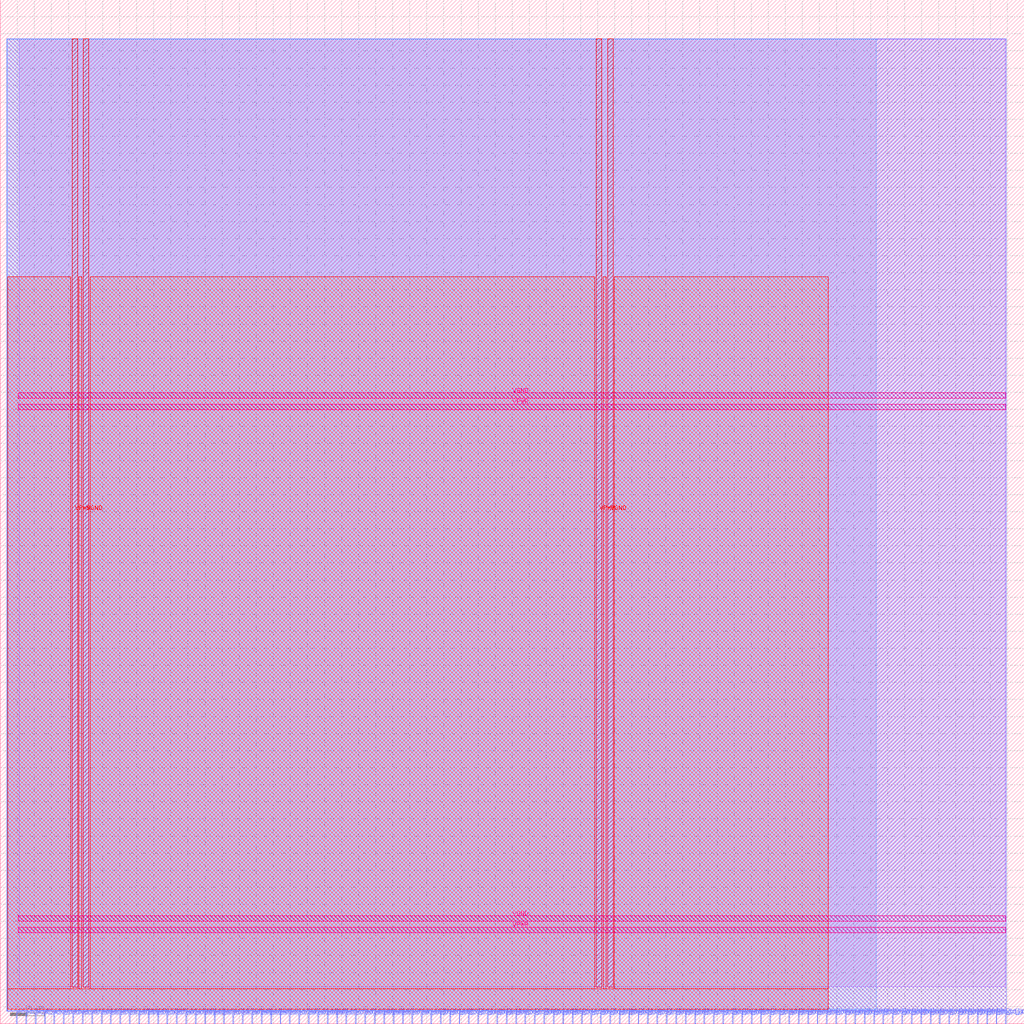
<source format=lef>
VERSION 5.7 ;
  NOWIREEXTENSIONATPIN ON ;
  DIVIDERCHAR "/" ;
  BUSBITCHARS "[]" ;
MACRO kws_wrapper
  CLASS BLOCK ;
  FOREIGN kws_wrapper ;
  ORIGIN 0.000 0.000 ;
  SIZE 300.000 BY 300.000 ;
  PIN VGND
    DIRECTION INOUT ;
    USE GROUND ;
    PORT
      LAYER met4 ;
        RECT 24.340 10.640 25.940 288.560 ;
    END
    PORT
      LAYER met4 ;
        RECT 177.940 10.640 179.540 288.560 ;
    END
    PORT
      LAYER met5 ;
        RECT 5.280 30.030 294.640 31.630 ;
    END
    PORT
      LAYER met5 ;
        RECT 5.280 183.210 294.640 184.810 ;
    END
  END VGND
  PIN VPWR
    DIRECTION INOUT ;
    USE POWER ;
    PORT
      LAYER met4 ;
        RECT 21.040 10.640 22.640 288.560 ;
    END
    PORT
      LAYER met4 ;
        RECT 174.640 10.640 176.240 288.560 ;
    END
    PORT
      LAYER met5 ;
        RECT 5.280 26.730 294.640 28.330 ;
    END
    PORT
      LAYER met5 ;
        RECT 5.280 179.910 294.640 181.510 ;
    END
  END VPWR
  PIN wb_clk_i
    DIRECTION INPUT ;
    USE SIGNAL ;
    ANTENNAGATEAREA 0.852000 ;
    PORT
      LAYER met2 ;
        RECT 4.690 0.000 4.970 4.000 ;
    END
  END wb_clk_i
  PIN wb_rst_i
    DIRECTION INPUT ;
    USE SIGNAL ;
    ANTENNAGATEAREA 0.159000 ;
    PORT
      LAYER met2 ;
        RECT 7.450 0.000 7.730 4.000 ;
    END
  END wb_rst_i
  PIN wbs_ack_o
    DIRECTION OUTPUT TRISTATE ;
    USE SIGNAL ;
    ANTENNADIFFAREA 2.673000 ;
    PORT
      LAYER met2 ;
        RECT 10.210 0.000 10.490 4.000 ;
    END
  END wbs_ack_o
  PIN wbs_adr_i[0]
    DIRECTION INPUT ;
    USE SIGNAL ;
    ANTENNAGATEAREA 0.126000 ;
    PORT
      LAYER met2 ;
        RECT 21.250 0.000 21.530 4.000 ;
    END
  END wbs_adr_i[0]
  PIN wbs_adr_i[10]
    DIRECTION INPUT ;
    USE SIGNAL ;
    PORT
      LAYER met2 ;
        RECT 115.090 0.000 115.370 4.000 ;
    END
  END wbs_adr_i[10]
  PIN wbs_adr_i[11]
    DIRECTION INPUT ;
    USE SIGNAL ;
    PORT
      LAYER met2 ;
        RECT 123.370 0.000 123.650 4.000 ;
    END
  END wbs_adr_i[11]
  PIN wbs_adr_i[12]
    DIRECTION INPUT ;
    USE SIGNAL ;
    PORT
      LAYER met2 ;
        RECT 131.650 0.000 131.930 4.000 ;
    END
  END wbs_adr_i[12]
  PIN wbs_adr_i[13]
    DIRECTION INPUT ;
    USE SIGNAL ;
    PORT
      LAYER met2 ;
        RECT 139.930 0.000 140.210 4.000 ;
    END
  END wbs_adr_i[13]
  PIN wbs_adr_i[14]
    DIRECTION INPUT ;
    USE SIGNAL ;
    PORT
      LAYER met2 ;
        RECT 148.210 0.000 148.490 4.000 ;
    END
  END wbs_adr_i[14]
  PIN wbs_adr_i[15]
    DIRECTION INPUT ;
    USE SIGNAL ;
    PORT
      LAYER met2 ;
        RECT 156.490 0.000 156.770 4.000 ;
    END
  END wbs_adr_i[15]
  PIN wbs_adr_i[16]
    DIRECTION INPUT ;
    USE SIGNAL ;
    PORT
      LAYER met2 ;
        RECT 164.770 0.000 165.050 4.000 ;
    END
  END wbs_adr_i[16]
  PIN wbs_adr_i[17]
    DIRECTION INPUT ;
    USE SIGNAL ;
    PORT
      LAYER met2 ;
        RECT 173.050 0.000 173.330 4.000 ;
    END
  END wbs_adr_i[17]
  PIN wbs_adr_i[18]
    DIRECTION INPUT ;
    USE SIGNAL ;
    PORT
      LAYER met2 ;
        RECT 181.330 0.000 181.610 4.000 ;
    END
  END wbs_adr_i[18]
  PIN wbs_adr_i[19]
    DIRECTION INPUT ;
    USE SIGNAL ;
    PORT
      LAYER met2 ;
        RECT 189.610 0.000 189.890 4.000 ;
    END
  END wbs_adr_i[19]
  PIN wbs_adr_i[1]
    DIRECTION INPUT ;
    USE SIGNAL ;
    ANTENNAGATEAREA 0.126000 ;
    PORT
      LAYER met2 ;
        RECT 32.290 0.000 32.570 4.000 ;
    END
  END wbs_adr_i[1]
  PIN wbs_adr_i[20]
    DIRECTION INPUT ;
    USE SIGNAL ;
    PORT
      LAYER met2 ;
        RECT 197.890 0.000 198.170 4.000 ;
    END
  END wbs_adr_i[20]
  PIN wbs_adr_i[21]
    DIRECTION INPUT ;
    USE SIGNAL ;
    PORT
      LAYER met2 ;
        RECT 206.170 0.000 206.450 4.000 ;
    END
  END wbs_adr_i[21]
  PIN wbs_adr_i[22]
    DIRECTION INPUT ;
    USE SIGNAL ;
    PORT
      LAYER met2 ;
        RECT 214.450 0.000 214.730 4.000 ;
    END
  END wbs_adr_i[22]
  PIN wbs_adr_i[23]
    DIRECTION INPUT ;
    USE SIGNAL ;
    PORT
      LAYER met2 ;
        RECT 222.730 0.000 223.010 4.000 ;
    END
  END wbs_adr_i[23]
  PIN wbs_adr_i[24]
    DIRECTION INPUT ;
    USE SIGNAL ;
    PORT
      LAYER met2 ;
        RECT 231.010 0.000 231.290 4.000 ;
    END
  END wbs_adr_i[24]
  PIN wbs_adr_i[25]
    DIRECTION INPUT ;
    USE SIGNAL ;
    PORT
      LAYER met2 ;
        RECT 239.290 0.000 239.570 4.000 ;
    END
  END wbs_adr_i[25]
  PIN wbs_adr_i[26]
    DIRECTION INPUT ;
    USE SIGNAL ;
    PORT
      LAYER met2 ;
        RECT 247.570 0.000 247.850 4.000 ;
    END
  END wbs_adr_i[26]
  PIN wbs_adr_i[27]
    DIRECTION INPUT ;
    USE SIGNAL ;
    PORT
      LAYER met2 ;
        RECT 255.850 0.000 256.130 4.000 ;
    END
  END wbs_adr_i[27]
  PIN wbs_adr_i[28]
    DIRECTION INPUT ;
    USE SIGNAL ;
    PORT
      LAYER met2 ;
        RECT 264.130 0.000 264.410 4.000 ;
    END
  END wbs_adr_i[28]
  PIN wbs_adr_i[29]
    DIRECTION INPUT ;
    USE SIGNAL ;
    PORT
      LAYER met2 ;
        RECT 272.410 0.000 272.690 4.000 ;
    END
  END wbs_adr_i[29]
  PIN wbs_adr_i[2]
    DIRECTION INPUT ;
    USE SIGNAL ;
    ANTENNAGATEAREA 0.126000 ;
    PORT
      LAYER met2 ;
        RECT 43.330 0.000 43.610 4.000 ;
    END
  END wbs_adr_i[2]
  PIN wbs_adr_i[30]
    DIRECTION INPUT ;
    USE SIGNAL ;
    PORT
      LAYER met2 ;
        RECT 280.690 0.000 280.970 4.000 ;
    END
  END wbs_adr_i[30]
  PIN wbs_adr_i[31]
    DIRECTION INPUT ;
    USE SIGNAL ;
    PORT
      LAYER met2 ;
        RECT 288.970 0.000 289.250 4.000 ;
    END
  END wbs_adr_i[31]
  PIN wbs_adr_i[3]
    DIRECTION INPUT ;
    USE SIGNAL ;
    ANTENNAGATEAREA 0.126000 ;
    PORT
      LAYER met2 ;
        RECT 54.370 0.000 54.650 4.000 ;
    END
  END wbs_adr_i[3]
  PIN wbs_adr_i[4]
    DIRECTION INPUT ;
    USE SIGNAL ;
    ANTENNAGATEAREA 0.126000 ;
    PORT
      LAYER met2 ;
        RECT 65.410 0.000 65.690 4.000 ;
    END
  END wbs_adr_i[4]
  PIN wbs_adr_i[5]
    DIRECTION INPUT ;
    USE SIGNAL ;
    ANTENNAGATEAREA 0.126000 ;
    PORT
      LAYER met2 ;
        RECT 73.690 0.000 73.970 4.000 ;
    END
  END wbs_adr_i[5]
  PIN wbs_adr_i[6]
    DIRECTION INPUT ;
    USE SIGNAL ;
    ANTENNAGATEAREA 0.126000 ;
    PORT
      LAYER met2 ;
        RECT 81.970 0.000 82.250 4.000 ;
    END
  END wbs_adr_i[6]
  PIN wbs_adr_i[7]
    DIRECTION INPUT ;
    USE SIGNAL ;
    ANTENNAGATEAREA 0.126000 ;
    PORT
      LAYER met2 ;
        RECT 90.250 0.000 90.530 4.000 ;
    END
  END wbs_adr_i[7]
  PIN wbs_adr_i[8]
    DIRECTION INPUT ;
    USE SIGNAL ;
    ANTENNAGATEAREA 0.126000 ;
    PORT
      LAYER met2 ;
        RECT 98.530 0.000 98.810 4.000 ;
    END
  END wbs_adr_i[8]
  PIN wbs_adr_i[9]
    DIRECTION INPUT ;
    USE SIGNAL ;
    ANTENNAGATEAREA 0.126000 ;
    PORT
      LAYER met2 ;
        RECT 106.810 0.000 107.090 4.000 ;
    END
  END wbs_adr_i[9]
  PIN wbs_cyc_i
    DIRECTION INPUT ;
    USE SIGNAL ;
    ANTENNAGATEAREA 0.196500 ;
    PORT
      LAYER met2 ;
        RECT 12.970 0.000 13.250 4.000 ;
    END
  END wbs_cyc_i
  PIN wbs_dat_i[0]
    DIRECTION INPUT ;
    USE SIGNAL ;
    ANTENNAGATEAREA 0.126000 ;
    PORT
      LAYER met2 ;
        RECT 24.010 0.000 24.290 4.000 ;
    END
  END wbs_dat_i[0]
  PIN wbs_dat_i[10]
    DIRECTION INPUT ;
    USE SIGNAL ;
    PORT
      LAYER met2 ;
        RECT 117.850 0.000 118.130 4.000 ;
    END
  END wbs_dat_i[10]
  PIN wbs_dat_i[11]
    DIRECTION INPUT ;
    USE SIGNAL ;
    PORT
      LAYER met2 ;
        RECT 126.130 0.000 126.410 4.000 ;
    END
  END wbs_dat_i[11]
  PIN wbs_dat_i[12]
    DIRECTION INPUT ;
    USE SIGNAL ;
    PORT
      LAYER met2 ;
        RECT 134.410 0.000 134.690 4.000 ;
    END
  END wbs_dat_i[12]
  PIN wbs_dat_i[13]
    DIRECTION INPUT ;
    USE SIGNAL ;
    PORT
      LAYER met2 ;
        RECT 142.690 0.000 142.970 4.000 ;
    END
  END wbs_dat_i[13]
  PIN wbs_dat_i[14]
    DIRECTION INPUT ;
    USE SIGNAL ;
    PORT
      LAYER met2 ;
        RECT 150.970 0.000 151.250 4.000 ;
    END
  END wbs_dat_i[14]
  PIN wbs_dat_i[15]
    DIRECTION INPUT ;
    USE SIGNAL ;
    PORT
      LAYER met2 ;
        RECT 159.250 0.000 159.530 4.000 ;
    END
  END wbs_dat_i[15]
  PIN wbs_dat_i[16]
    DIRECTION INPUT ;
    USE SIGNAL ;
    PORT
      LAYER met2 ;
        RECT 167.530 0.000 167.810 4.000 ;
    END
  END wbs_dat_i[16]
  PIN wbs_dat_i[17]
    DIRECTION INPUT ;
    USE SIGNAL ;
    PORT
      LAYER met2 ;
        RECT 175.810 0.000 176.090 4.000 ;
    END
  END wbs_dat_i[17]
  PIN wbs_dat_i[18]
    DIRECTION INPUT ;
    USE SIGNAL ;
    PORT
      LAYER met2 ;
        RECT 184.090 0.000 184.370 4.000 ;
    END
  END wbs_dat_i[18]
  PIN wbs_dat_i[19]
    DIRECTION INPUT ;
    USE SIGNAL ;
    PORT
      LAYER met2 ;
        RECT 192.370 0.000 192.650 4.000 ;
    END
  END wbs_dat_i[19]
  PIN wbs_dat_i[1]
    DIRECTION INPUT ;
    USE SIGNAL ;
    ANTENNAGATEAREA 0.126000 ;
    PORT
      LAYER met2 ;
        RECT 35.050 0.000 35.330 4.000 ;
    END
  END wbs_dat_i[1]
  PIN wbs_dat_i[20]
    DIRECTION INPUT ;
    USE SIGNAL ;
    PORT
      LAYER met2 ;
        RECT 200.650 0.000 200.930 4.000 ;
    END
  END wbs_dat_i[20]
  PIN wbs_dat_i[21]
    DIRECTION INPUT ;
    USE SIGNAL ;
    PORT
      LAYER met2 ;
        RECT 208.930 0.000 209.210 4.000 ;
    END
  END wbs_dat_i[21]
  PIN wbs_dat_i[22]
    DIRECTION INPUT ;
    USE SIGNAL ;
    PORT
      LAYER met2 ;
        RECT 217.210 0.000 217.490 4.000 ;
    END
  END wbs_dat_i[22]
  PIN wbs_dat_i[23]
    DIRECTION INPUT ;
    USE SIGNAL ;
    PORT
      LAYER met2 ;
        RECT 225.490 0.000 225.770 4.000 ;
    END
  END wbs_dat_i[23]
  PIN wbs_dat_i[24]
    DIRECTION INPUT ;
    USE SIGNAL ;
    PORT
      LAYER met2 ;
        RECT 233.770 0.000 234.050 4.000 ;
    END
  END wbs_dat_i[24]
  PIN wbs_dat_i[25]
    DIRECTION INPUT ;
    USE SIGNAL ;
    PORT
      LAYER met2 ;
        RECT 242.050 0.000 242.330 4.000 ;
    END
  END wbs_dat_i[25]
  PIN wbs_dat_i[26]
    DIRECTION INPUT ;
    USE SIGNAL ;
    PORT
      LAYER met2 ;
        RECT 250.330 0.000 250.610 4.000 ;
    END
  END wbs_dat_i[26]
  PIN wbs_dat_i[27]
    DIRECTION INPUT ;
    USE SIGNAL ;
    PORT
      LAYER met2 ;
        RECT 258.610 0.000 258.890 4.000 ;
    END
  END wbs_dat_i[27]
  PIN wbs_dat_i[28]
    DIRECTION INPUT ;
    USE SIGNAL ;
    PORT
      LAYER met2 ;
        RECT 266.890 0.000 267.170 4.000 ;
    END
  END wbs_dat_i[28]
  PIN wbs_dat_i[29]
    DIRECTION INPUT ;
    USE SIGNAL ;
    PORT
      LAYER met2 ;
        RECT 275.170 0.000 275.450 4.000 ;
    END
  END wbs_dat_i[29]
  PIN wbs_dat_i[2]
    DIRECTION INPUT ;
    USE SIGNAL ;
    ANTENNAGATEAREA 0.196500 ;
    PORT
      LAYER met2 ;
        RECT 46.090 0.000 46.370 4.000 ;
    END
  END wbs_dat_i[2]
  PIN wbs_dat_i[30]
    DIRECTION INPUT ;
    USE SIGNAL ;
    PORT
      LAYER met2 ;
        RECT 283.450 0.000 283.730 4.000 ;
    END
  END wbs_dat_i[30]
  PIN wbs_dat_i[31]
    DIRECTION INPUT ;
    USE SIGNAL ;
    PORT
      LAYER met2 ;
        RECT 291.730 0.000 292.010 4.000 ;
    END
  END wbs_dat_i[31]
  PIN wbs_dat_i[3]
    DIRECTION INPUT ;
    USE SIGNAL ;
    ANTENNAGATEAREA 0.196500 ;
    PORT
      LAYER met2 ;
        RECT 57.130 0.000 57.410 4.000 ;
    END
  END wbs_dat_i[3]
  PIN wbs_dat_i[4]
    DIRECTION INPUT ;
    USE SIGNAL ;
    PORT
      LAYER met2 ;
        RECT 68.170 0.000 68.450 4.000 ;
    END
  END wbs_dat_i[4]
  PIN wbs_dat_i[5]
    DIRECTION INPUT ;
    USE SIGNAL ;
    PORT
      LAYER met2 ;
        RECT 76.450 0.000 76.730 4.000 ;
    END
  END wbs_dat_i[5]
  PIN wbs_dat_i[6]
    DIRECTION INPUT ;
    USE SIGNAL ;
    PORT
      LAYER met2 ;
        RECT 84.730 0.000 85.010 4.000 ;
    END
  END wbs_dat_i[6]
  PIN wbs_dat_i[7]
    DIRECTION INPUT ;
    USE SIGNAL ;
    PORT
      LAYER met2 ;
        RECT 93.010 0.000 93.290 4.000 ;
    END
  END wbs_dat_i[7]
  PIN wbs_dat_i[8]
    DIRECTION INPUT ;
    USE SIGNAL ;
    PORT
      LAYER met2 ;
        RECT 101.290 0.000 101.570 4.000 ;
    END
  END wbs_dat_i[8]
  PIN wbs_dat_i[9]
    DIRECTION INPUT ;
    USE SIGNAL ;
    PORT
      LAYER met2 ;
        RECT 109.570 0.000 109.850 4.000 ;
    END
  END wbs_dat_i[9]
  PIN wbs_dat_o[0]
    DIRECTION OUTPUT TRISTATE ;
    USE SIGNAL ;
    ANTENNADIFFAREA 2.673000 ;
    PORT
      LAYER met2 ;
        RECT 26.770 0.000 27.050 4.000 ;
    END
  END wbs_dat_o[0]
  PIN wbs_dat_o[10]
    DIRECTION OUTPUT TRISTATE ;
    USE SIGNAL ;
    ANTENNADIFFAREA 2.673000 ;
    PORT
      LAYER met2 ;
        RECT 120.610 0.000 120.890 4.000 ;
    END
  END wbs_dat_o[10]
  PIN wbs_dat_o[11]
    DIRECTION OUTPUT TRISTATE ;
    USE SIGNAL ;
    ANTENNADIFFAREA 2.673000 ;
    PORT
      LAYER met2 ;
        RECT 128.890 0.000 129.170 4.000 ;
    END
  END wbs_dat_o[11]
  PIN wbs_dat_o[12]
    DIRECTION OUTPUT TRISTATE ;
    USE SIGNAL ;
    ANTENNADIFFAREA 2.673000 ;
    PORT
      LAYER met2 ;
        RECT 137.170 0.000 137.450 4.000 ;
    END
  END wbs_dat_o[12]
  PIN wbs_dat_o[13]
    DIRECTION OUTPUT TRISTATE ;
    USE SIGNAL ;
    ANTENNADIFFAREA 2.673000 ;
    PORT
      LAYER met2 ;
        RECT 145.450 0.000 145.730 4.000 ;
    END
  END wbs_dat_o[13]
  PIN wbs_dat_o[14]
    DIRECTION OUTPUT TRISTATE ;
    USE SIGNAL ;
    ANTENNADIFFAREA 2.673000 ;
    PORT
      LAYER met2 ;
        RECT 153.730 0.000 154.010 4.000 ;
    END
  END wbs_dat_o[14]
  PIN wbs_dat_o[15]
    DIRECTION OUTPUT TRISTATE ;
    USE SIGNAL ;
    ANTENNADIFFAREA 2.673000 ;
    PORT
      LAYER met2 ;
        RECT 162.010 0.000 162.290 4.000 ;
    END
  END wbs_dat_o[15]
  PIN wbs_dat_o[16]
    DIRECTION OUTPUT TRISTATE ;
    USE SIGNAL ;
    ANTENNADIFFAREA 2.673000 ;
    PORT
      LAYER met2 ;
        RECT 170.290 0.000 170.570 4.000 ;
    END
  END wbs_dat_o[16]
  PIN wbs_dat_o[17]
    DIRECTION OUTPUT TRISTATE ;
    USE SIGNAL ;
    ANTENNADIFFAREA 2.673000 ;
    PORT
      LAYER met2 ;
        RECT 178.570 0.000 178.850 4.000 ;
    END
  END wbs_dat_o[17]
  PIN wbs_dat_o[18]
    DIRECTION OUTPUT TRISTATE ;
    USE SIGNAL ;
    ANTENNADIFFAREA 2.673000 ;
    PORT
      LAYER met2 ;
        RECT 186.850 0.000 187.130 4.000 ;
    END
  END wbs_dat_o[18]
  PIN wbs_dat_o[19]
    DIRECTION OUTPUT TRISTATE ;
    USE SIGNAL ;
    ANTENNADIFFAREA 2.673000 ;
    PORT
      LAYER met2 ;
        RECT 195.130 0.000 195.410 4.000 ;
    END
  END wbs_dat_o[19]
  PIN wbs_dat_o[1]
    DIRECTION OUTPUT TRISTATE ;
    USE SIGNAL ;
    ANTENNADIFFAREA 2.673000 ;
    PORT
      LAYER met2 ;
        RECT 37.810 0.000 38.090 4.000 ;
    END
  END wbs_dat_o[1]
  PIN wbs_dat_o[20]
    DIRECTION OUTPUT TRISTATE ;
    USE SIGNAL ;
    ANTENNADIFFAREA 2.673000 ;
    PORT
      LAYER met2 ;
        RECT 203.410 0.000 203.690 4.000 ;
    END
  END wbs_dat_o[20]
  PIN wbs_dat_o[21]
    DIRECTION OUTPUT TRISTATE ;
    USE SIGNAL ;
    ANTENNADIFFAREA 2.673000 ;
    PORT
      LAYER met2 ;
        RECT 211.690 0.000 211.970 4.000 ;
    END
  END wbs_dat_o[21]
  PIN wbs_dat_o[22]
    DIRECTION OUTPUT TRISTATE ;
    USE SIGNAL ;
    ANTENNADIFFAREA 2.673000 ;
    PORT
      LAYER met2 ;
        RECT 219.970 0.000 220.250 4.000 ;
    END
  END wbs_dat_o[22]
  PIN wbs_dat_o[23]
    DIRECTION OUTPUT TRISTATE ;
    USE SIGNAL ;
    ANTENNADIFFAREA 2.673000 ;
    PORT
      LAYER met2 ;
        RECT 228.250 0.000 228.530 4.000 ;
    END
  END wbs_dat_o[23]
  PIN wbs_dat_o[24]
    DIRECTION OUTPUT TRISTATE ;
    USE SIGNAL ;
    ANTENNADIFFAREA 2.673000 ;
    PORT
      LAYER met2 ;
        RECT 236.530 0.000 236.810 4.000 ;
    END
  END wbs_dat_o[24]
  PIN wbs_dat_o[25]
    DIRECTION OUTPUT TRISTATE ;
    USE SIGNAL ;
    ANTENNADIFFAREA 2.673000 ;
    PORT
      LAYER met2 ;
        RECT 244.810 0.000 245.090 4.000 ;
    END
  END wbs_dat_o[25]
  PIN wbs_dat_o[26]
    DIRECTION OUTPUT TRISTATE ;
    USE SIGNAL ;
    ANTENNADIFFAREA 2.673000 ;
    PORT
      LAYER met2 ;
        RECT 253.090 0.000 253.370 4.000 ;
    END
  END wbs_dat_o[26]
  PIN wbs_dat_o[27]
    DIRECTION OUTPUT TRISTATE ;
    USE SIGNAL ;
    ANTENNADIFFAREA 2.673000 ;
    PORT
      LAYER met2 ;
        RECT 261.370 0.000 261.650 4.000 ;
    END
  END wbs_dat_o[27]
  PIN wbs_dat_o[28]
    DIRECTION OUTPUT TRISTATE ;
    USE SIGNAL ;
    ANTENNADIFFAREA 2.673000 ;
    PORT
      LAYER met2 ;
        RECT 269.650 0.000 269.930 4.000 ;
    END
  END wbs_dat_o[28]
  PIN wbs_dat_o[29]
    DIRECTION OUTPUT TRISTATE ;
    USE SIGNAL ;
    ANTENNADIFFAREA 2.673000 ;
    PORT
      LAYER met2 ;
        RECT 277.930 0.000 278.210 4.000 ;
    END
  END wbs_dat_o[29]
  PIN wbs_dat_o[2]
    DIRECTION OUTPUT TRISTATE ;
    USE SIGNAL ;
    ANTENNADIFFAREA 2.673000 ;
    PORT
      LAYER met2 ;
        RECT 48.850 0.000 49.130 4.000 ;
    END
  END wbs_dat_o[2]
  PIN wbs_dat_o[30]
    DIRECTION OUTPUT TRISTATE ;
    USE SIGNAL ;
    ANTENNADIFFAREA 2.673000 ;
    PORT
      LAYER met2 ;
        RECT 286.210 0.000 286.490 4.000 ;
    END
  END wbs_dat_o[30]
  PIN wbs_dat_o[31]
    DIRECTION OUTPUT TRISTATE ;
    USE SIGNAL ;
    PORT
      LAYER met2 ;
        RECT 294.490 0.000 294.770 4.000 ;
    END
  END wbs_dat_o[31]
  PIN wbs_dat_o[3]
    DIRECTION OUTPUT TRISTATE ;
    USE SIGNAL ;
    ANTENNADIFFAREA 2.673000 ;
    PORT
      LAYER met2 ;
        RECT 59.890 0.000 60.170 4.000 ;
    END
  END wbs_dat_o[3]
  PIN wbs_dat_o[4]
    DIRECTION OUTPUT TRISTATE ;
    USE SIGNAL ;
    ANTENNADIFFAREA 2.673000 ;
    PORT
      LAYER met2 ;
        RECT 70.930 0.000 71.210 4.000 ;
    END
  END wbs_dat_o[4]
  PIN wbs_dat_o[5]
    DIRECTION OUTPUT TRISTATE ;
    USE SIGNAL ;
    ANTENNADIFFAREA 2.673000 ;
    PORT
      LAYER met2 ;
        RECT 79.210 0.000 79.490 4.000 ;
    END
  END wbs_dat_o[5]
  PIN wbs_dat_o[6]
    DIRECTION OUTPUT TRISTATE ;
    USE SIGNAL ;
    ANTENNADIFFAREA 2.673000 ;
    PORT
      LAYER met2 ;
        RECT 87.490 0.000 87.770 4.000 ;
    END
  END wbs_dat_o[6]
  PIN wbs_dat_o[7]
    DIRECTION OUTPUT TRISTATE ;
    USE SIGNAL ;
    ANTENNADIFFAREA 2.673000 ;
    PORT
      LAYER met2 ;
        RECT 95.770 0.000 96.050 4.000 ;
    END
  END wbs_dat_o[7]
  PIN wbs_dat_o[8]
    DIRECTION OUTPUT TRISTATE ;
    USE SIGNAL ;
    ANTENNADIFFAREA 2.673000 ;
    PORT
      LAYER met2 ;
        RECT 104.050 0.000 104.330 4.000 ;
    END
  END wbs_dat_o[8]
  PIN wbs_dat_o[9]
    DIRECTION OUTPUT TRISTATE ;
    USE SIGNAL ;
    ANTENNADIFFAREA 2.673000 ;
    PORT
      LAYER met2 ;
        RECT 112.330 0.000 112.610 4.000 ;
    END
  END wbs_dat_o[9]
  PIN wbs_sel_i[0]
    DIRECTION INPUT ;
    USE SIGNAL ;
    PORT
      LAYER met2 ;
        RECT 29.530 0.000 29.810 4.000 ;
    END
  END wbs_sel_i[0]
  PIN wbs_sel_i[1]
    DIRECTION INPUT ;
    USE SIGNAL ;
    PORT
      LAYER met2 ;
        RECT 40.570 0.000 40.850 4.000 ;
    END
  END wbs_sel_i[1]
  PIN wbs_sel_i[2]
    DIRECTION INPUT ;
    USE SIGNAL ;
    PORT
      LAYER met2 ;
        RECT 51.610 0.000 51.890 4.000 ;
    END
  END wbs_sel_i[2]
  PIN wbs_sel_i[3]
    DIRECTION INPUT ;
    USE SIGNAL ;
    PORT
      LAYER met2 ;
        RECT 62.650 0.000 62.930 4.000 ;
    END
  END wbs_sel_i[3]
  PIN wbs_stb_i
    DIRECTION INPUT ;
    USE SIGNAL ;
    ANTENNAGATEAREA 0.196500 ;
    PORT
      LAYER met2 ;
        RECT 15.730 0.000 16.010 4.000 ;
    END
  END wbs_stb_i
  PIN wbs_we_i
    DIRECTION INPUT ;
    USE SIGNAL ;
    ANTENNAGATEAREA 0.196500 ;
    PORT
      LAYER met2 ;
        RECT 18.490 0.000 18.770 4.000 ;
    END
  END wbs_we_i
  OBS
      LAYER li1 ;
        RECT 5.520 10.795 294.400 288.405 ;
      LAYER met1 ;
        RECT 1.910 3.780 294.790 288.560 ;
      LAYER met2 ;
        RECT 1.940 4.280 294.760 288.505 ;
        RECT 1.940 3.670 4.410 4.280 ;
        RECT 5.250 3.670 7.170 4.280 ;
        RECT 8.010 3.670 9.930 4.280 ;
        RECT 10.770 3.670 12.690 4.280 ;
        RECT 13.530 3.670 15.450 4.280 ;
        RECT 16.290 3.670 18.210 4.280 ;
        RECT 19.050 3.670 20.970 4.280 ;
        RECT 21.810 3.670 23.730 4.280 ;
        RECT 24.570 3.670 26.490 4.280 ;
        RECT 27.330 3.670 29.250 4.280 ;
        RECT 30.090 3.670 32.010 4.280 ;
        RECT 32.850 3.670 34.770 4.280 ;
        RECT 35.610 3.670 37.530 4.280 ;
        RECT 38.370 3.670 40.290 4.280 ;
        RECT 41.130 3.670 43.050 4.280 ;
        RECT 43.890 3.670 45.810 4.280 ;
        RECT 46.650 3.670 48.570 4.280 ;
        RECT 49.410 3.670 51.330 4.280 ;
        RECT 52.170 3.670 54.090 4.280 ;
        RECT 54.930 3.670 56.850 4.280 ;
        RECT 57.690 3.670 59.610 4.280 ;
        RECT 60.450 3.670 62.370 4.280 ;
        RECT 63.210 3.670 65.130 4.280 ;
        RECT 65.970 3.670 67.890 4.280 ;
        RECT 68.730 3.670 70.650 4.280 ;
        RECT 71.490 3.670 73.410 4.280 ;
        RECT 74.250 3.670 76.170 4.280 ;
        RECT 77.010 3.670 78.930 4.280 ;
        RECT 79.770 3.670 81.690 4.280 ;
        RECT 82.530 3.670 84.450 4.280 ;
        RECT 85.290 3.670 87.210 4.280 ;
        RECT 88.050 3.670 89.970 4.280 ;
        RECT 90.810 3.670 92.730 4.280 ;
        RECT 93.570 3.670 95.490 4.280 ;
        RECT 96.330 3.670 98.250 4.280 ;
        RECT 99.090 3.670 101.010 4.280 ;
        RECT 101.850 3.670 103.770 4.280 ;
        RECT 104.610 3.670 106.530 4.280 ;
        RECT 107.370 3.670 109.290 4.280 ;
        RECT 110.130 3.670 112.050 4.280 ;
        RECT 112.890 3.670 114.810 4.280 ;
        RECT 115.650 3.670 117.570 4.280 ;
        RECT 118.410 3.670 120.330 4.280 ;
        RECT 121.170 3.670 123.090 4.280 ;
        RECT 123.930 3.670 125.850 4.280 ;
        RECT 126.690 3.670 128.610 4.280 ;
        RECT 129.450 3.670 131.370 4.280 ;
        RECT 132.210 3.670 134.130 4.280 ;
        RECT 134.970 3.670 136.890 4.280 ;
        RECT 137.730 3.670 139.650 4.280 ;
        RECT 140.490 3.670 142.410 4.280 ;
        RECT 143.250 3.670 145.170 4.280 ;
        RECT 146.010 3.670 147.930 4.280 ;
        RECT 148.770 3.670 150.690 4.280 ;
        RECT 151.530 3.670 153.450 4.280 ;
        RECT 154.290 3.670 156.210 4.280 ;
        RECT 157.050 3.670 158.970 4.280 ;
        RECT 159.810 3.670 161.730 4.280 ;
        RECT 162.570 3.670 164.490 4.280 ;
        RECT 165.330 3.670 167.250 4.280 ;
        RECT 168.090 3.670 170.010 4.280 ;
        RECT 170.850 3.670 172.770 4.280 ;
        RECT 173.610 3.670 175.530 4.280 ;
        RECT 176.370 3.670 178.290 4.280 ;
        RECT 179.130 3.670 181.050 4.280 ;
        RECT 181.890 3.670 183.810 4.280 ;
        RECT 184.650 3.670 186.570 4.280 ;
        RECT 187.410 3.670 189.330 4.280 ;
        RECT 190.170 3.670 192.090 4.280 ;
        RECT 192.930 3.670 194.850 4.280 ;
        RECT 195.690 3.670 197.610 4.280 ;
        RECT 198.450 3.670 200.370 4.280 ;
        RECT 201.210 3.670 203.130 4.280 ;
        RECT 203.970 3.670 205.890 4.280 ;
        RECT 206.730 3.670 208.650 4.280 ;
        RECT 209.490 3.670 211.410 4.280 ;
        RECT 212.250 3.670 214.170 4.280 ;
        RECT 215.010 3.670 216.930 4.280 ;
        RECT 217.770 3.670 219.690 4.280 ;
        RECT 220.530 3.670 222.450 4.280 ;
        RECT 223.290 3.670 225.210 4.280 ;
        RECT 226.050 3.670 227.970 4.280 ;
        RECT 228.810 3.670 230.730 4.280 ;
        RECT 231.570 3.670 233.490 4.280 ;
        RECT 234.330 3.670 236.250 4.280 ;
        RECT 237.090 3.670 239.010 4.280 ;
        RECT 239.850 3.670 241.770 4.280 ;
        RECT 242.610 3.670 244.530 4.280 ;
        RECT 245.370 3.670 247.290 4.280 ;
        RECT 248.130 3.670 250.050 4.280 ;
        RECT 250.890 3.670 252.810 4.280 ;
        RECT 253.650 3.670 255.570 4.280 ;
        RECT 256.410 3.670 258.330 4.280 ;
        RECT 259.170 3.670 261.090 4.280 ;
        RECT 261.930 3.670 263.850 4.280 ;
        RECT 264.690 3.670 266.610 4.280 ;
        RECT 267.450 3.670 269.370 4.280 ;
        RECT 270.210 3.670 272.130 4.280 ;
        RECT 272.970 3.670 274.890 4.280 ;
        RECT 275.730 3.670 277.650 4.280 ;
        RECT 278.490 3.670 280.410 4.280 ;
        RECT 281.250 3.670 283.170 4.280 ;
        RECT 284.010 3.670 285.930 4.280 ;
        RECT 286.770 3.670 288.690 4.280 ;
        RECT 289.530 3.670 291.450 4.280 ;
        RECT 292.290 3.670 294.210 4.280 ;
      LAYER met3 ;
        RECT 2.110 4.255 256.615 288.485 ;
      LAYER met4 ;
        RECT 2.135 10.240 20.640 218.785 ;
        RECT 23.040 10.240 23.940 218.785 ;
        RECT 26.340 10.240 174.240 218.785 ;
        RECT 176.640 10.240 177.540 218.785 ;
        RECT 179.940 10.240 242.585 218.785 ;
        RECT 2.135 4.255 242.585 10.240 ;
  END
END kws_wrapper
END LIBRARY


</source>
